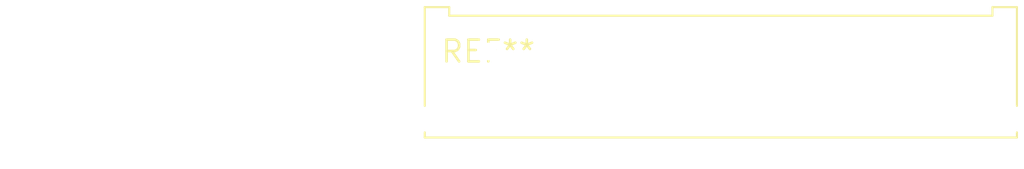
<source format=kicad_pcb>
(kicad_pcb (version 20240108) (generator pcbnew)
  (layers (0 "F.Cu" signal) (31 "B.Cu" signal) (34 "B.Paste" user) (35 "F.Paste" user) (36 "B.SilkS" user "B.Silkscreen") (37 "F.SilkS" user "F.Silkscreen") (38 "B.Mask" user) (39 "F.Mask" user) (44 "Edge.Cuts" user))
  (net 0 "")
  (footprint "Molex_Micro-Fit_3.0_43045-2012_2x10_P3.00mm_Vertical" (layer "F.Cu") (at 0 0)
    (property "Reference" "REF**")
    (property "Value" "Molex_Micro-Fit_3.0_43045-2012_2x10_P3.00mm_Vertical")
    (fp_line (start -3.685 -2.58) (end -2.265 -2.58) (layer "F.SilkS") (stroke (width 0.12)))
    (fp_line (start -3.685 3.17) (end -3.685 -2.58) (layer "F.SilkS") (stroke (width 0.12)))
    (fp_line (start -3.685 4.71) (end -3.685 5.01) (layer "F.SilkS") (stroke (width 0.12)))
    (fp_line (start -3.685 5.01) (end 30.685 5.01) (layer "F.SilkS") (stroke (width 0.12)))
    (fp_line (start -2.265 -2.58) (end -2.265 -2.08) (layer "F.SilkS") (stroke (width 0.12)))
    (fp_line (start -2.265 -2.08) (end 29.265 -2.08) (layer "F.SilkS") (stroke (width 0.12)))
    (fp_line (start 29.265 -2.58) (end 30.685 -2.58) (layer "F.SilkS") (stroke (width 0.12)))
    (fp_line (start 29.265 -2.08) (end 29.265 -2.58) (layer "F.SilkS") (stroke (width 0.12)))
    (fp_line (start 30.685 -2.58) (end 30.685 3.17) (layer "F.SilkS") (stroke (width 0.12)))
    (fp_line (start 30.685 5.01) (end 30.685 4.71) (layer "F.SilkS") (stroke (width 0.12)))
    (pad "" np_thru_hole circle (at -3 3.94) (size 1.02 1.02) (drill 1.02) (layers *.Cu *.Mask))
    (pad "" np_thru_hole circle (at 30 3.94) (size 1.02 1.02) (drill 1.02) (layers *.Cu *.Mask))
    (pad "1" thru_hole roundrect (at 0 0) (size 1.5 1.5) (drill 1.02) (layers *.Cu *.Mask) (remove_unused_layers) (roundrect_rratio 0.166667))
    (pad "2" thru_hole circle (at 3 0) (size 1.5 1.5) (drill 1.02) (layers *.Cu *.Mask) (remove_unused_layers))
    (pad "3" thru_hole circle (at 6 0) (size 1.5 1.5) (drill 1.02) (layers *.Cu *.Mask) (remove_unused_layers))
    (pad "4" thru_hole circle (at 9 0) (size 1.5 1.5) (drill 1.02) (layers *.Cu *.Mask) (remove_unused_layers))
    (pad "5" thru_hole circle (at 12 0) (size 1.5 1.5) (drill 1.02) (layers *.Cu *.Mask) (remove_unused_layers))
    (pad "6" thru_hole circle (at 15 0) (size 1.5 1.5) (drill 1.02) (layers *.Cu *.Mask) (remove_unused_layers))
    (pad "7" thru_hole circle (at 18 0) (size 1.5 1.5) (drill 1.02) (layers *.Cu *.Mask) (remove_unused_layers))
    (pad "8" thru_hole circle (at 21 0) (size 1.5 1.5) (drill 1.02) (layers *.Cu *.Mask) (remove_unused_layers))
    (pad "9" thru_hole circle (at 24 0) (size 1.5 1.5) (drill 1.02) (layers *.Cu *.Mask) (remove_unused_layers))
    (pad "10" thru_hole circle (at 27 0) (size 1.5 1.5) (drill 1.02) (layers *.Cu *.Mask) (remove_unused_layers))
    (pad "11" thru_hole circle (at 0 3) (size 1.5 1.5) (drill 1.02) (layers *.Cu *.Mask) (remove_unused_layers))
    (pad "12" thru_hole circle (at 3 3) (size 1.5 1.5) (drill 1.02) (layers *.Cu *.Mask) (remove_unused_layers))
    (pad "13" thru_hole circle (at 6 3) (size 1.5 1.5) (drill 1.02) (layers *.Cu *.Mask) (remove_unused_layers))
    (pad "14" thru_hole circle (at 9 3) (size 1.5 1.5) (drill 1.02) (layers *.Cu *.Mask) (remove_unused_layers))
    (pad "15" thru_hole circle (at 12 3) (size 1.5 1.5) (drill 1.02) (layers *.Cu *.Mask) (remove_unused_layers))
    (pad "16" thru_hole circle (at 15 3) (size 1.5 1.5) (drill 1.02) (layers *.Cu *.Mask) (remove_unused_layers))
    (pad "17" thru_hole circle (at 18 3) (size 1.5 1.5) (drill 1.02) (layers *.Cu *.Mask) (remove_unused_layers))
    (pad "18" thru_hole circle (at 21 3) (size 1.5 1.5) (drill 1.02) (layers *.Cu *.Mask) (remove_unused_layers))
    (pad "19" thru_hole circle (at 24 3) (size 1.5 1.5) (drill 1.02) (layers *.Cu *.Mask) (remove_unused_layers))
    (pad "20" thru_hole circle (at 27 3) (size 1.5 1.5) (drill 1.02) (layers *.Cu *.Mask) (remove_unused_layers))
  )
)
</source>
